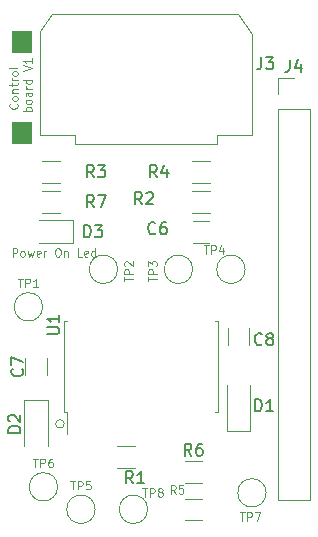
<source format=gbr>
%TF.GenerationSoftware,KiCad,Pcbnew,(5.1.10)-1*%
%TF.CreationDate,2021-09-14T12:30:06+02:00*%
%TF.ProjectId,BTS-MainBoard-Control,4254532d-4d61-4696-9e42-6f6172642d43,rev?*%
%TF.SameCoordinates,Original*%
%TF.FileFunction,Legend,Top*%
%TF.FilePolarity,Positive*%
%FSLAX46Y46*%
G04 Gerber Fmt 4.6, Leading zero omitted, Abs format (unit mm)*
G04 Created by KiCad (PCBNEW (5.1.10)-1) date 2021-09-14 12:30:06*
%MOMM*%
%LPD*%
G01*
G04 APERTURE LIST*
%ADD10C,0.100000*%
%ADD11C,0.120000*%
%ADD12C,0.150000*%
G04 APERTURE END LIST*
D10*
G36*
X64389000Y-48387000D02*
G01*
X62738000Y-48387000D01*
X62738000Y-46609000D01*
X64389000Y-46609000D01*
X64389000Y-48387000D01*
G37*
X64389000Y-48387000D02*
X62738000Y-48387000D01*
X62738000Y-46609000D01*
X64389000Y-46609000D01*
X64389000Y-48387000D01*
G36*
X64389000Y-40640000D02*
G01*
X62738000Y-40640000D01*
X62738000Y-38862000D01*
X64389000Y-38862000D01*
X64389000Y-40640000D01*
G37*
X64389000Y-40640000D02*
X62738000Y-40640000D01*
X62738000Y-38862000D01*
X64389000Y-38862000D01*
X64389000Y-40640000D01*
D11*
X63165000Y-45034000D02*
X63198333Y-45067333D01*
X63231666Y-45167333D01*
X63231666Y-45234000D01*
X63198333Y-45334000D01*
X63131666Y-45400666D01*
X63065000Y-45434000D01*
X62931666Y-45467333D01*
X62831666Y-45467333D01*
X62698333Y-45434000D01*
X62631666Y-45400666D01*
X62565000Y-45334000D01*
X62531666Y-45234000D01*
X62531666Y-45167333D01*
X62565000Y-45067333D01*
X62598333Y-45034000D01*
X63231666Y-44634000D02*
X63198333Y-44700666D01*
X63165000Y-44734000D01*
X63098333Y-44767333D01*
X62898333Y-44767333D01*
X62831666Y-44734000D01*
X62798333Y-44700666D01*
X62765000Y-44634000D01*
X62765000Y-44534000D01*
X62798333Y-44467333D01*
X62831666Y-44434000D01*
X62898333Y-44400666D01*
X63098333Y-44400666D01*
X63165000Y-44434000D01*
X63198333Y-44467333D01*
X63231666Y-44534000D01*
X63231666Y-44634000D01*
X62765000Y-44100666D02*
X63231666Y-44100666D01*
X62831666Y-44100666D02*
X62798333Y-44067333D01*
X62765000Y-44000666D01*
X62765000Y-43900666D01*
X62798333Y-43834000D01*
X62865000Y-43800666D01*
X63231666Y-43800666D01*
X62765000Y-43567333D02*
X62765000Y-43300666D01*
X62531666Y-43467333D02*
X63131666Y-43467333D01*
X63198333Y-43434000D01*
X63231666Y-43367333D01*
X63231666Y-43300666D01*
X63231666Y-43067333D02*
X62765000Y-43067333D01*
X62898333Y-43067333D02*
X62831666Y-43034000D01*
X62798333Y-43000666D01*
X62765000Y-42934000D01*
X62765000Y-42867333D01*
X63231666Y-42534000D02*
X63198333Y-42600666D01*
X63165000Y-42634000D01*
X63098333Y-42667333D01*
X62898333Y-42667333D01*
X62831666Y-42634000D01*
X62798333Y-42600666D01*
X62765000Y-42534000D01*
X62765000Y-42434000D01*
X62798333Y-42367333D01*
X62831666Y-42334000D01*
X62898333Y-42300666D01*
X63098333Y-42300666D01*
X63165000Y-42334000D01*
X63198333Y-42367333D01*
X63231666Y-42434000D01*
X63231666Y-42534000D01*
X63231666Y-41900666D02*
X63198333Y-41967333D01*
X63131666Y-42000666D01*
X62531666Y-42000666D01*
X64401666Y-45650666D02*
X63701666Y-45650666D01*
X63968333Y-45650666D02*
X63935000Y-45584000D01*
X63935000Y-45450666D01*
X63968333Y-45384000D01*
X64001666Y-45350666D01*
X64068333Y-45317333D01*
X64268333Y-45317333D01*
X64335000Y-45350666D01*
X64368333Y-45384000D01*
X64401666Y-45450666D01*
X64401666Y-45584000D01*
X64368333Y-45650666D01*
X64401666Y-44917333D02*
X64368333Y-44984000D01*
X64335000Y-45017333D01*
X64268333Y-45050666D01*
X64068333Y-45050666D01*
X64001666Y-45017333D01*
X63968333Y-44984000D01*
X63935000Y-44917333D01*
X63935000Y-44817333D01*
X63968333Y-44750666D01*
X64001666Y-44717333D01*
X64068333Y-44684000D01*
X64268333Y-44684000D01*
X64335000Y-44717333D01*
X64368333Y-44750666D01*
X64401666Y-44817333D01*
X64401666Y-44917333D01*
X64401666Y-44084000D02*
X64035000Y-44084000D01*
X63968333Y-44117333D01*
X63935000Y-44184000D01*
X63935000Y-44317333D01*
X63968333Y-44384000D01*
X64368333Y-44084000D02*
X64401666Y-44150666D01*
X64401666Y-44317333D01*
X64368333Y-44384000D01*
X64301666Y-44417333D01*
X64235000Y-44417333D01*
X64168333Y-44384000D01*
X64135000Y-44317333D01*
X64135000Y-44150666D01*
X64101666Y-44084000D01*
X64401666Y-43750666D02*
X63935000Y-43750666D01*
X64068333Y-43750666D02*
X64001666Y-43717333D01*
X63968333Y-43684000D01*
X63935000Y-43617333D01*
X63935000Y-43550666D01*
X64401666Y-43017333D02*
X63701666Y-43017333D01*
X64368333Y-43017333D02*
X64401666Y-43084000D01*
X64401666Y-43217333D01*
X64368333Y-43284000D01*
X64335000Y-43317333D01*
X64268333Y-43350666D01*
X64068333Y-43350666D01*
X64001666Y-43317333D01*
X63968333Y-43284000D01*
X63935000Y-43217333D01*
X63935000Y-43084000D01*
X63968333Y-43017333D01*
X63701666Y-42250666D02*
X64401666Y-42017333D01*
X63701666Y-41784000D01*
X64401666Y-41184000D02*
X64401666Y-41584000D01*
X64401666Y-41384000D02*
X63701666Y-41384000D01*
X63801666Y-41450666D01*
X63868333Y-41517333D01*
X63901666Y-41584000D01*
X67161210Y-72136000D02*
G75*
G03*
X67161210Y-72136000I-359210J0D01*
G01*
D10*
X62794000Y-57974666D02*
X62794000Y-57274666D01*
X63060666Y-57274666D01*
X63127333Y-57308000D01*
X63160666Y-57341333D01*
X63194000Y-57408000D01*
X63194000Y-57508000D01*
X63160666Y-57574666D01*
X63127333Y-57608000D01*
X63060666Y-57641333D01*
X62794000Y-57641333D01*
X63594000Y-57974666D02*
X63527333Y-57941333D01*
X63494000Y-57908000D01*
X63460666Y-57841333D01*
X63460666Y-57641333D01*
X63494000Y-57574666D01*
X63527333Y-57541333D01*
X63594000Y-57508000D01*
X63694000Y-57508000D01*
X63760666Y-57541333D01*
X63794000Y-57574666D01*
X63827333Y-57641333D01*
X63827333Y-57841333D01*
X63794000Y-57908000D01*
X63760666Y-57941333D01*
X63694000Y-57974666D01*
X63594000Y-57974666D01*
X64060666Y-57508000D02*
X64194000Y-57974666D01*
X64327333Y-57641333D01*
X64460666Y-57974666D01*
X64594000Y-57508000D01*
X65127333Y-57941333D02*
X65060666Y-57974666D01*
X64927333Y-57974666D01*
X64860666Y-57941333D01*
X64827333Y-57874666D01*
X64827333Y-57608000D01*
X64860666Y-57541333D01*
X64927333Y-57508000D01*
X65060666Y-57508000D01*
X65127333Y-57541333D01*
X65160666Y-57608000D01*
X65160666Y-57674666D01*
X64827333Y-57741333D01*
X65460666Y-57974666D02*
X65460666Y-57508000D01*
X65460666Y-57641333D02*
X65494000Y-57574666D01*
X65527333Y-57541333D01*
X65594000Y-57508000D01*
X65660666Y-57508000D01*
X66560666Y-57274666D02*
X66694000Y-57274666D01*
X66760666Y-57308000D01*
X66827333Y-57374666D01*
X66860666Y-57508000D01*
X66860666Y-57741333D01*
X66827333Y-57874666D01*
X66760666Y-57941333D01*
X66694000Y-57974666D01*
X66560666Y-57974666D01*
X66494000Y-57941333D01*
X66427333Y-57874666D01*
X66394000Y-57741333D01*
X66394000Y-57508000D01*
X66427333Y-57374666D01*
X66494000Y-57308000D01*
X66560666Y-57274666D01*
X67160666Y-57508000D02*
X67160666Y-57974666D01*
X67160666Y-57574666D02*
X67194000Y-57541333D01*
X67260666Y-57508000D01*
X67360666Y-57508000D01*
X67427333Y-57541333D01*
X67460666Y-57608000D01*
X67460666Y-57974666D01*
X68660666Y-57974666D02*
X68327333Y-57974666D01*
X68327333Y-57274666D01*
X69160666Y-57941333D02*
X69094000Y-57974666D01*
X68960666Y-57974666D01*
X68894000Y-57941333D01*
X68860666Y-57874666D01*
X68860666Y-57608000D01*
X68894000Y-57541333D01*
X68960666Y-57508000D01*
X69094000Y-57508000D01*
X69160666Y-57541333D01*
X69194000Y-57608000D01*
X69194000Y-57674666D01*
X68860666Y-57741333D01*
X69794000Y-57974666D02*
X69794000Y-57274666D01*
X69794000Y-57941333D02*
X69727333Y-57974666D01*
X69594000Y-57974666D01*
X69527333Y-57941333D01*
X69494000Y-57908000D01*
X69460666Y-57841333D01*
X69460666Y-57641333D01*
X69494000Y-57574666D01*
X69527333Y-57541333D01*
X69594000Y-57508000D01*
X69727333Y-57508000D01*
X69794000Y-57541333D01*
D11*
%TO.C,J4*%
X85284000Y-78546000D02*
X87944000Y-78546000D01*
X85284000Y-45466000D02*
X85284000Y-78546000D01*
X87944000Y-45466000D02*
X87944000Y-78546000D01*
X85284000Y-45466000D02*
X87944000Y-45466000D01*
X85284000Y-44196000D02*
X85284000Y-42866000D01*
X85284000Y-42866000D02*
X86614000Y-42866000D01*
%TO.C,J3*%
X83105000Y-39160000D02*
X83105000Y-47660000D01*
X81855000Y-37410000D02*
X83105000Y-39160000D01*
X66105000Y-37410000D02*
X81855000Y-37410000D01*
X65105000Y-38910000D02*
X66105000Y-37410000D01*
X65105000Y-47660000D02*
X65105000Y-38910000D01*
X68105000Y-47660000D02*
X65105000Y-47660000D01*
X68105000Y-48410000D02*
X68105000Y-47660000D01*
X80105000Y-48410000D02*
X68105000Y-48410000D01*
X80105000Y-47660000D02*
X80105000Y-48410000D01*
X83105000Y-47660000D02*
X80105000Y-47660000D01*
%TO.C,U1*%
X67385000Y-71170000D02*
X67385000Y-72985000D01*
X67150000Y-71170000D02*
X67385000Y-71170000D01*
X67150000Y-67310000D02*
X67150000Y-71170000D01*
X67150000Y-63450000D02*
X67385000Y-63450000D01*
X67150000Y-67310000D02*
X67150000Y-63450000D01*
X80170000Y-71170000D02*
X79935000Y-71170000D01*
X80170000Y-67310000D02*
X80170000Y-71170000D01*
X80170000Y-63450000D02*
X79935000Y-63450000D01*
X80170000Y-67310000D02*
X80170000Y-63450000D01*
%TO.C,TP8*%
X74225000Y-79375000D02*
G75*
G03*
X74225000Y-79375000I-1200000J0D01*
G01*
%TO.C,TP7*%
X84258000Y-77978000D02*
G75*
G03*
X84258000Y-77978000I-1200000J0D01*
G01*
%TO.C,TP6*%
X66605000Y-77470000D02*
G75*
G03*
X66605000Y-77470000I-1200000J0D01*
G01*
%TO.C,TP5*%
X69780000Y-79375000D02*
G75*
G03*
X69780000Y-79375000I-1200000J0D01*
G01*
%TO.C,TP4*%
X82480000Y-59055000D02*
G75*
G03*
X82480000Y-59055000I-1200000J0D01*
G01*
%TO.C,TP3*%
X78035000Y-59055000D02*
G75*
G03*
X78035000Y-59055000I-1200000J0D01*
G01*
%TO.C,TP2*%
X71685000Y-59055000D02*
G75*
G03*
X71685000Y-59055000I-1200000J0D01*
G01*
%TO.C,TP1*%
X65335000Y-62230000D02*
G75*
G03*
X65335000Y-62230000I-1200000J0D01*
G01*
%TO.C,R7*%
X66767064Y-52430000D02*
X65312936Y-52430000D01*
X66767064Y-54250000D02*
X65312936Y-54250000D01*
%TO.C,R6*%
X77377936Y-77110000D02*
X78832064Y-77110000D01*
X77377936Y-75290000D02*
X78832064Y-75290000D01*
%TO.C,R5*%
X77377936Y-80285000D02*
X78832064Y-80285000D01*
X77377936Y-78465000D02*
X78832064Y-78465000D01*
%TO.C,R4*%
X78012936Y-51710000D02*
X79467064Y-51710000D01*
X78012936Y-49890000D02*
X79467064Y-49890000D01*
%TO.C,R3*%
X66767064Y-49890000D02*
X65312936Y-49890000D01*
X66767064Y-51710000D02*
X65312936Y-51710000D01*
%TO.C,R2*%
X78012936Y-54250000D02*
X79467064Y-54250000D01*
X78012936Y-52430000D02*
X79467064Y-52430000D01*
%TO.C,R1*%
X73117064Y-74020000D02*
X71662936Y-74020000D01*
X73117064Y-75840000D02*
X71662936Y-75840000D01*
%TO.C,D3*%
X67900000Y-54920000D02*
X65040000Y-54920000D01*
X67900000Y-56840000D02*
X67900000Y-54920000D01*
X65040000Y-56840000D02*
X67900000Y-56840000D01*
%TO.C,D2*%
X65770000Y-70140000D02*
X65770000Y-74040000D01*
X63770000Y-70140000D02*
X63770000Y-74040000D01*
X65770000Y-70140000D02*
X63770000Y-70140000D01*
%TO.C,D1*%
X80915000Y-72735000D02*
X80915000Y-68835000D01*
X82915000Y-72735000D02*
X82915000Y-68835000D01*
X80915000Y-72735000D02*
X82915000Y-72735000D01*
%TO.C,C8*%
X82825000Y-65481252D02*
X82825000Y-64058748D01*
X81005000Y-65481252D02*
X81005000Y-64058748D01*
%TO.C,C7*%
X65680000Y-68021252D02*
X65680000Y-66598748D01*
X63860000Y-68021252D02*
X63860000Y-66598748D01*
%TO.C,C6*%
X78028748Y-56790000D02*
X79451252Y-56790000D01*
X78028748Y-54970000D02*
X79451252Y-54970000D01*
%TO.C,J4*%
D12*
X86280666Y-41318380D02*
X86280666Y-42032666D01*
X86233047Y-42175523D01*
X86137809Y-42270761D01*
X85994952Y-42318380D01*
X85899714Y-42318380D01*
X87185428Y-41651714D02*
X87185428Y-42318380D01*
X86947333Y-41270761D02*
X86709238Y-41985047D01*
X87328285Y-41985047D01*
%TO.C,J3*%
X83867666Y-41108380D02*
X83867666Y-41822666D01*
X83820047Y-41965523D01*
X83724809Y-42060761D01*
X83581952Y-42108380D01*
X83486714Y-42108380D01*
X84248619Y-41108380D02*
X84867666Y-41108380D01*
X84534333Y-41489333D01*
X84677190Y-41489333D01*
X84772428Y-41536952D01*
X84820047Y-41584571D01*
X84867666Y-41679809D01*
X84867666Y-41917904D01*
X84820047Y-42013142D01*
X84772428Y-42060761D01*
X84677190Y-42108380D01*
X84391476Y-42108380D01*
X84296238Y-42060761D01*
X84248619Y-42013142D01*
%TO.C,U1*%
X65746380Y-64515904D02*
X66555904Y-64515904D01*
X66651142Y-64468285D01*
X66698761Y-64420666D01*
X66746380Y-64325428D01*
X66746380Y-64134952D01*
X66698761Y-64039714D01*
X66651142Y-63992095D01*
X66555904Y-63944476D01*
X65746380Y-63944476D01*
X66746380Y-62944476D02*
X66746380Y-63515904D01*
X66746380Y-63230190D02*
X65746380Y-63230190D01*
X65889238Y-63325428D01*
X65984476Y-63420666D01*
X66032095Y-63515904D01*
%TO.C,TP8*%
D10*
X73792666Y-77594666D02*
X74192666Y-77594666D01*
X73992666Y-78294666D02*
X73992666Y-77594666D01*
X74426000Y-78294666D02*
X74426000Y-77594666D01*
X74692666Y-77594666D01*
X74759333Y-77628000D01*
X74792666Y-77661333D01*
X74826000Y-77728000D01*
X74826000Y-77828000D01*
X74792666Y-77894666D01*
X74759333Y-77928000D01*
X74692666Y-77961333D01*
X74426000Y-77961333D01*
X75226000Y-77894666D02*
X75159333Y-77861333D01*
X75126000Y-77828000D01*
X75092666Y-77761333D01*
X75092666Y-77728000D01*
X75126000Y-77661333D01*
X75159333Y-77628000D01*
X75226000Y-77594666D01*
X75359333Y-77594666D01*
X75426000Y-77628000D01*
X75459333Y-77661333D01*
X75492666Y-77728000D01*
X75492666Y-77761333D01*
X75459333Y-77828000D01*
X75426000Y-77861333D01*
X75359333Y-77894666D01*
X75226000Y-77894666D01*
X75159333Y-77928000D01*
X75126000Y-77961333D01*
X75092666Y-78028000D01*
X75092666Y-78161333D01*
X75126000Y-78228000D01*
X75159333Y-78261333D01*
X75226000Y-78294666D01*
X75359333Y-78294666D01*
X75426000Y-78261333D01*
X75459333Y-78228000D01*
X75492666Y-78161333D01*
X75492666Y-78028000D01*
X75459333Y-77961333D01*
X75426000Y-77928000D01*
X75359333Y-77894666D01*
%TO.C,TP7*%
X82047666Y-79626666D02*
X82447666Y-79626666D01*
X82247666Y-80326666D02*
X82247666Y-79626666D01*
X82681000Y-80326666D02*
X82681000Y-79626666D01*
X82947666Y-79626666D01*
X83014333Y-79660000D01*
X83047666Y-79693333D01*
X83081000Y-79760000D01*
X83081000Y-79860000D01*
X83047666Y-79926666D01*
X83014333Y-79960000D01*
X82947666Y-79993333D01*
X82681000Y-79993333D01*
X83314333Y-79626666D02*
X83781000Y-79626666D01*
X83481000Y-80326666D01*
%TO.C,TP6*%
X64521666Y-75088666D02*
X64921666Y-75088666D01*
X64721666Y-75788666D02*
X64721666Y-75088666D01*
X65155000Y-75788666D02*
X65155000Y-75088666D01*
X65421666Y-75088666D01*
X65488333Y-75122000D01*
X65521666Y-75155333D01*
X65555000Y-75222000D01*
X65555000Y-75322000D01*
X65521666Y-75388666D01*
X65488333Y-75422000D01*
X65421666Y-75455333D01*
X65155000Y-75455333D01*
X66155000Y-75088666D02*
X66021666Y-75088666D01*
X65955000Y-75122000D01*
X65921666Y-75155333D01*
X65855000Y-75255333D01*
X65821666Y-75388666D01*
X65821666Y-75655333D01*
X65855000Y-75722000D01*
X65888333Y-75755333D01*
X65955000Y-75788666D01*
X66088333Y-75788666D01*
X66155000Y-75755333D01*
X66188333Y-75722000D01*
X66221666Y-75655333D01*
X66221666Y-75488666D01*
X66188333Y-75422000D01*
X66155000Y-75388666D01*
X66088333Y-75355333D01*
X65955000Y-75355333D01*
X65888333Y-75388666D01*
X65855000Y-75422000D01*
X65821666Y-75488666D01*
%TO.C,TP5*%
X67696666Y-76993666D02*
X68096666Y-76993666D01*
X67896666Y-77693666D02*
X67896666Y-76993666D01*
X68330000Y-77693666D02*
X68330000Y-76993666D01*
X68596666Y-76993666D01*
X68663333Y-77027000D01*
X68696666Y-77060333D01*
X68730000Y-77127000D01*
X68730000Y-77227000D01*
X68696666Y-77293666D01*
X68663333Y-77327000D01*
X68596666Y-77360333D01*
X68330000Y-77360333D01*
X69363333Y-76993666D02*
X69030000Y-76993666D01*
X68996666Y-77327000D01*
X69030000Y-77293666D01*
X69096666Y-77260333D01*
X69263333Y-77260333D01*
X69330000Y-77293666D01*
X69363333Y-77327000D01*
X69396666Y-77393666D01*
X69396666Y-77560333D01*
X69363333Y-77627000D01*
X69330000Y-77660333D01*
X69263333Y-77693666D01*
X69096666Y-77693666D01*
X69030000Y-77660333D01*
X68996666Y-77627000D01*
%TO.C,TP4*%
X78999666Y-57020666D02*
X79399666Y-57020666D01*
X79199666Y-57720666D02*
X79199666Y-57020666D01*
X79633000Y-57720666D02*
X79633000Y-57020666D01*
X79899666Y-57020666D01*
X79966333Y-57054000D01*
X79999666Y-57087333D01*
X80033000Y-57154000D01*
X80033000Y-57254000D01*
X79999666Y-57320666D01*
X79966333Y-57354000D01*
X79899666Y-57387333D01*
X79633000Y-57387333D01*
X80633000Y-57254000D02*
X80633000Y-57720666D01*
X80466333Y-56987333D02*
X80299666Y-57487333D01*
X80733000Y-57487333D01*
%TO.C,TP3*%
X74292666Y-60065333D02*
X74292666Y-59665333D01*
X74992666Y-59865333D02*
X74292666Y-59865333D01*
X74992666Y-59432000D02*
X74292666Y-59432000D01*
X74292666Y-59165333D01*
X74326000Y-59098666D01*
X74359333Y-59065333D01*
X74426000Y-59032000D01*
X74526000Y-59032000D01*
X74592666Y-59065333D01*
X74626000Y-59098666D01*
X74659333Y-59165333D01*
X74659333Y-59432000D01*
X74292666Y-58798666D02*
X74292666Y-58365333D01*
X74559333Y-58598666D01*
X74559333Y-58498666D01*
X74592666Y-58432000D01*
X74626000Y-58398666D01*
X74692666Y-58365333D01*
X74859333Y-58365333D01*
X74926000Y-58398666D01*
X74959333Y-58432000D01*
X74992666Y-58498666D01*
X74992666Y-58698666D01*
X74959333Y-58765333D01*
X74926000Y-58798666D01*
%TO.C,TP2*%
X72260666Y-60065333D02*
X72260666Y-59665333D01*
X72960666Y-59865333D02*
X72260666Y-59865333D01*
X72960666Y-59432000D02*
X72260666Y-59432000D01*
X72260666Y-59165333D01*
X72294000Y-59098666D01*
X72327333Y-59065333D01*
X72394000Y-59032000D01*
X72494000Y-59032000D01*
X72560666Y-59065333D01*
X72594000Y-59098666D01*
X72627333Y-59165333D01*
X72627333Y-59432000D01*
X72327333Y-58765333D02*
X72294000Y-58732000D01*
X72260666Y-58665333D01*
X72260666Y-58498666D01*
X72294000Y-58432000D01*
X72327333Y-58398666D01*
X72394000Y-58365333D01*
X72460666Y-58365333D01*
X72560666Y-58398666D01*
X72960666Y-58798666D01*
X72960666Y-58365333D01*
%TO.C,TP1*%
X63251666Y-59848666D02*
X63651666Y-59848666D01*
X63451666Y-60548666D02*
X63451666Y-59848666D01*
X63885000Y-60548666D02*
X63885000Y-59848666D01*
X64151666Y-59848666D01*
X64218333Y-59882000D01*
X64251666Y-59915333D01*
X64285000Y-59982000D01*
X64285000Y-60082000D01*
X64251666Y-60148666D01*
X64218333Y-60182000D01*
X64151666Y-60215333D01*
X63885000Y-60215333D01*
X64951666Y-60548666D02*
X64551666Y-60548666D01*
X64751666Y-60548666D02*
X64751666Y-59848666D01*
X64685000Y-59948666D01*
X64618333Y-60015333D01*
X64551666Y-60048666D01*
%TO.C,R7*%
D12*
X69683333Y-53792380D02*
X69350000Y-53316190D01*
X69111904Y-53792380D02*
X69111904Y-52792380D01*
X69492857Y-52792380D01*
X69588095Y-52840000D01*
X69635714Y-52887619D01*
X69683333Y-52982857D01*
X69683333Y-53125714D01*
X69635714Y-53220952D01*
X69588095Y-53268571D01*
X69492857Y-53316190D01*
X69111904Y-53316190D01*
X70016666Y-52792380D02*
X70683333Y-52792380D01*
X70254761Y-53792380D01*
%TO.C,R6*%
X77938333Y-74832380D02*
X77605000Y-74356190D01*
X77366904Y-74832380D02*
X77366904Y-73832380D01*
X77747857Y-73832380D01*
X77843095Y-73880000D01*
X77890714Y-73927619D01*
X77938333Y-74022857D01*
X77938333Y-74165714D01*
X77890714Y-74260952D01*
X77843095Y-74308571D01*
X77747857Y-74356190D01*
X77366904Y-74356190D01*
X78795476Y-73832380D02*
X78605000Y-73832380D01*
X78509761Y-73880000D01*
X78462142Y-73927619D01*
X78366904Y-74070476D01*
X78319285Y-74260952D01*
X78319285Y-74641904D01*
X78366904Y-74737142D01*
X78414523Y-74784761D01*
X78509761Y-74832380D01*
X78700238Y-74832380D01*
X78795476Y-74784761D01*
X78843095Y-74737142D01*
X78890714Y-74641904D01*
X78890714Y-74403809D01*
X78843095Y-74308571D01*
X78795476Y-74260952D01*
X78700238Y-74213333D01*
X78509761Y-74213333D01*
X78414523Y-74260952D01*
X78366904Y-74308571D01*
X78319285Y-74403809D01*
%TO.C,R5*%
D10*
X76591333Y-78040666D02*
X76358000Y-77707333D01*
X76191333Y-78040666D02*
X76191333Y-77340666D01*
X76458000Y-77340666D01*
X76524666Y-77374000D01*
X76558000Y-77407333D01*
X76591333Y-77474000D01*
X76591333Y-77574000D01*
X76558000Y-77640666D01*
X76524666Y-77674000D01*
X76458000Y-77707333D01*
X76191333Y-77707333D01*
X77224666Y-77340666D02*
X76891333Y-77340666D01*
X76858000Y-77674000D01*
X76891333Y-77640666D01*
X76958000Y-77607333D01*
X77124666Y-77607333D01*
X77191333Y-77640666D01*
X77224666Y-77674000D01*
X77258000Y-77740666D01*
X77258000Y-77907333D01*
X77224666Y-77974000D01*
X77191333Y-78007333D01*
X77124666Y-78040666D01*
X76958000Y-78040666D01*
X76891333Y-78007333D01*
X76858000Y-77974000D01*
%TO.C,R4*%
D12*
X75017333Y-51252380D02*
X74684000Y-50776190D01*
X74445904Y-51252380D02*
X74445904Y-50252380D01*
X74826857Y-50252380D01*
X74922095Y-50300000D01*
X74969714Y-50347619D01*
X75017333Y-50442857D01*
X75017333Y-50585714D01*
X74969714Y-50680952D01*
X74922095Y-50728571D01*
X74826857Y-50776190D01*
X74445904Y-50776190D01*
X75874476Y-50585714D02*
X75874476Y-51252380D01*
X75636380Y-50204761D02*
X75398285Y-50919047D01*
X76017333Y-50919047D01*
%TO.C,R3*%
X69683333Y-51252380D02*
X69350000Y-50776190D01*
X69111904Y-51252380D02*
X69111904Y-50252380D01*
X69492857Y-50252380D01*
X69588095Y-50300000D01*
X69635714Y-50347619D01*
X69683333Y-50442857D01*
X69683333Y-50585714D01*
X69635714Y-50680952D01*
X69588095Y-50728571D01*
X69492857Y-50776190D01*
X69111904Y-50776190D01*
X70016666Y-50252380D02*
X70635714Y-50252380D01*
X70302380Y-50633333D01*
X70445238Y-50633333D01*
X70540476Y-50680952D01*
X70588095Y-50728571D01*
X70635714Y-50823809D01*
X70635714Y-51061904D01*
X70588095Y-51157142D01*
X70540476Y-51204761D01*
X70445238Y-51252380D01*
X70159523Y-51252380D01*
X70064285Y-51204761D01*
X70016666Y-51157142D01*
%TO.C,R2*%
X73747333Y-53538380D02*
X73414000Y-53062190D01*
X73175904Y-53538380D02*
X73175904Y-52538380D01*
X73556857Y-52538380D01*
X73652095Y-52586000D01*
X73699714Y-52633619D01*
X73747333Y-52728857D01*
X73747333Y-52871714D01*
X73699714Y-52966952D01*
X73652095Y-53014571D01*
X73556857Y-53062190D01*
X73175904Y-53062190D01*
X74128285Y-52633619D02*
X74175904Y-52586000D01*
X74271142Y-52538380D01*
X74509238Y-52538380D01*
X74604476Y-52586000D01*
X74652095Y-52633619D01*
X74699714Y-52728857D01*
X74699714Y-52824095D01*
X74652095Y-52966952D01*
X74080666Y-53538380D01*
X74699714Y-53538380D01*
%TO.C,R1*%
X72985333Y-77160380D02*
X72652000Y-76684190D01*
X72413904Y-77160380D02*
X72413904Y-76160380D01*
X72794857Y-76160380D01*
X72890095Y-76208000D01*
X72937714Y-76255619D01*
X72985333Y-76350857D01*
X72985333Y-76493714D01*
X72937714Y-76588952D01*
X72890095Y-76636571D01*
X72794857Y-76684190D01*
X72413904Y-76684190D01*
X73937714Y-77160380D02*
X73366285Y-77160380D01*
X73652000Y-77160380D02*
X73652000Y-76160380D01*
X73556761Y-76303238D01*
X73461523Y-76398476D01*
X73366285Y-76446095D01*
%TO.C,D3*%
X68857904Y-56332380D02*
X68857904Y-55332380D01*
X69096000Y-55332380D01*
X69238857Y-55380000D01*
X69334095Y-55475238D01*
X69381714Y-55570476D01*
X69429333Y-55760952D01*
X69429333Y-55903809D01*
X69381714Y-56094285D01*
X69334095Y-56189523D01*
X69238857Y-56284761D01*
X69096000Y-56332380D01*
X68857904Y-56332380D01*
X69762666Y-55332380D02*
X70381714Y-55332380D01*
X70048380Y-55713333D01*
X70191238Y-55713333D01*
X70286476Y-55760952D01*
X70334095Y-55808571D01*
X70381714Y-55903809D01*
X70381714Y-56141904D01*
X70334095Y-56237142D01*
X70286476Y-56284761D01*
X70191238Y-56332380D01*
X69905523Y-56332380D01*
X69810285Y-56284761D01*
X69762666Y-56237142D01*
%TO.C,D2*%
X63444380Y-72874095D02*
X62444380Y-72874095D01*
X62444380Y-72636000D01*
X62492000Y-72493142D01*
X62587238Y-72397904D01*
X62682476Y-72350285D01*
X62872952Y-72302666D01*
X63015809Y-72302666D01*
X63206285Y-72350285D01*
X63301523Y-72397904D01*
X63396761Y-72493142D01*
X63444380Y-72636000D01*
X63444380Y-72874095D01*
X62539619Y-71921714D02*
X62492000Y-71874095D01*
X62444380Y-71778857D01*
X62444380Y-71540761D01*
X62492000Y-71445523D01*
X62539619Y-71397904D01*
X62634857Y-71350285D01*
X62730095Y-71350285D01*
X62872952Y-71397904D01*
X63444380Y-71969333D01*
X63444380Y-71350285D01*
%TO.C,D1*%
X83335904Y-71064380D02*
X83335904Y-70064380D01*
X83574000Y-70064380D01*
X83716857Y-70112000D01*
X83812095Y-70207238D01*
X83859714Y-70302476D01*
X83907333Y-70492952D01*
X83907333Y-70635809D01*
X83859714Y-70826285D01*
X83812095Y-70921523D01*
X83716857Y-71016761D01*
X83574000Y-71064380D01*
X83335904Y-71064380D01*
X84859714Y-71064380D02*
X84288285Y-71064380D01*
X84574000Y-71064380D02*
X84574000Y-70064380D01*
X84478761Y-70207238D01*
X84383523Y-70302476D01*
X84288285Y-70350095D01*
%TO.C,C8*%
X83907333Y-65381142D02*
X83859714Y-65428761D01*
X83716857Y-65476380D01*
X83621619Y-65476380D01*
X83478761Y-65428761D01*
X83383523Y-65333523D01*
X83335904Y-65238285D01*
X83288285Y-65047809D01*
X83288285Y-64904952D01*
X83335904Y-64714476D01*
X83383523Y-64619238D01*
X83478761Y-64524000D01*
X83621619Y-64476380D01*
X83716857Y-64476380D01*
X83859714Y-64524000D01*
X83907333Y-64571619D01*
X84478761Y-64904952D02*
X84383523Y-64857333D01*
X84335904Y-64809714D01*
X84288285Y-64714476D01*
X84288285Y-64666857D01*
X84335904Y-64571619D01*
X84383523Y-64524000D01*
X84478761Y-64476380D01*
X84669238Y-64476380D01*
X84764476Y-64524000D01*
X84812095Y-64571619D01*
X84859714Y-64666857D01*
X84859714Y-64714476D01*
X84812095Y-64809714D01*
X84764476Y-64857333D01*
X84669238Y-64904952D01*
X84478761Y-64904952D01*
X84383523Y-64952571D01*
X84335904Y-65000190D01*
X84288285Y-65095428D01*
X84288285Y-65285904D01*
X84335904Y-65381142D01*
X84383523Y-65428761D01*
X84478761Y-65476380D01*
X84669238Y-65476380D01*
X84764476Y-65428761D01*
X84812095Y-65381142D01*
X84859714Y-65285904D01*
X84859714Y-65095428D01*
X84812095Y-65000190D01*
X84764476Y-64952571D01*
X84669238Y-64904952D01*
%TO.C,C7*%
X63603142Y-67476666D02*
X63650761Y-67524285D01*
X63698380Y-67667142D01*
X63698380Y-67762380D01*
X63650761Y-67905238D01*
X63555523Y-68000476D01*
X63460285Y-68048095D01*
X63269809Y-68095714D01*
X63126952Y-68095714D01*
X62936476Y-68048095D01*
X62841238Y-68000476D01*
X62746000Y-67905238D01*
X62698380Y-67762380D01*
X62698380Y-67667142D01*
X62746000Y-67524285D01*
X62793619Y-67476666D01*
X62698380Y-67143333D02*
X62698380Y-66476666D01*
X63698380Y-66905238D01*
%TO.C,C6*%
X74890333Y-55983142D02*
X74842714Y-56030761D01*
X74699857Y-56078380D01*
X74604619Y-56078380D01*
X74461761Y-56030761D01*
X74366523Y-55935523D01*
X74318904Y-55840285D01*
X74271285Y-55649809D01*
X74271285Y-55506952D01*
X74318904Y-55316476D01*
X74366523Y-55221238D01*
X74461761Y-55126000D01*
X74604619Y-55078380D01*
X74699857Y-55078380D01*
X74842714Y-55126000D01*
X74890333Y-55173619D01*
X75747476Y-55078380D02*
X75557000Y-55078380D01*
X75461761Y-55126000D01*
X75414142Y-55173619D01*
X75318904Y-55316476D01*
X75271285Y-55506952D01*
X75271285Y-55887904D01*
X75318904Y-55983142D01*
X75366523Y-56030761D01*
X75461761Y-56078380D01*
X75652238Y-56078380D01*
X75747476Y-56030761D01*
X75795095Y-55983142D01*
X75842714Y-55887904D01*
X75842714Y-55649809D01*
X75795095Y-55554571D01*
X75747476Y-55506952D01*
X75652238Y-55459333D01*
X75461761Y-55459333D01*
X75366523Y-55506952D01*
X75318904Y-55554571D01*
X75271285Y-55649809D01*
%TD*%
M02*

</source>
